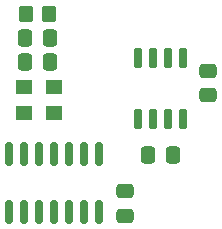
<source format=gbr>
%TF.GenerationSoftware,KiCad,Pcbnew,9.0.2-9.0.2-0~ubuntu24.04.1*%
%TF.CreationDate,2025-06-14T11:55:53-07:00*%
%TF.ProjectId,Pico-CAN,5069636f-2d43-4414-9e2e-6b696361645f,1.0*%
%TF.SameCoordinates,Original*%
%TF.FileFunction,Paste,Top*%
%TF.FilePolarity,Positive*%
%FSLAX46Y46*%
G04 Gerber Fmt 4.6, Leading zero omitted, Abs format (unit mm)*
G04 Created by KiCad (PCBNEW 9.0.2-9.0.2-0~ubuntu24.04.1) date 2025-06-14 11:55:53*
%MOMM*%
%LPD*%
G01*
G04 APERTURE LIST*
G04 Aperture macros list*
%AMRoundRect*
0 Rectangle with rounded corners*
0 $1 Rounding radius*
0 $2 $3 $4 $5 $6 $7 $8 $9 X,Y pos of 4 corners*
0 Add a 4 corners polygon primitive as box body*
4,1,4,$2,$3,$4,$5,$6,$7,$8,$9,$2,$3,0*
0 Add four circle primitives for the rounded corners*
1,1,$1+$1,$2,$3*
1,1,$1+$1,$4,$5*
1,1,$1+$1,$6,$7*
1,1,$1+$1,$8,$9*
0 Add four rect primitives between the rounded corners*
20,1,$1+$1,$2,$3,$4,$5,0*
20,1,$1+$1,$4,$5,$6,$7,0*
20,1,$1+$1,$6,$7,$8,$9,0*
20,1,$1+$1,$8,$9,$2,$3,0*%
G04 Aperture macros list end*
%ADD10RoundRect,0.250000X0.337500X0.475000X-0.337500X0.475000X-0.337500X-0.475000X0.337500X-0.475000X0*%
%ADD11R,1.400000X1.200000*%
%ADD12RoundRect,0.250000X-0.475000X0.337500X-0.475000X-0.337500X0.475000X-0.337500X0.475000X0.337500X0*%
%ADD13RoundRect,0.250000X0.350000X0.450000X-0.350000X0.450000X-0.350000X-0.450000X0.350000X-0.450000X0*%
%ADD14RoundRect,0.150000X-0.150000X0.825000X-0.150000X-0.825000X0.150000X-0.825000X0.150000X0.825000X0*%
%ADD15RoundRect,0.150000X0.150000X-0.725000X0.150000X0.725000X-0.150000X0.725000X-0.150000X-0.725000X0*%
%ADD16RoundRect,0.250000X0.475000X-0.337500X0.475000X0.337500X-0.475000X0.337500X-0.475000X-0.337500X0*%
%ADD17RoundRect,0.250000X-0.337500X-0.475000X0.337500X-0.475000X0.337500X0.475000X-0.337500X0.475000X0*%
G04 APERTURE END LIST*
D10*
%TO.C,C2*%
X211341700Y-131445000D03*
X209266700Y-131445000D03*
%TD*%
D11*
%TO.C,U2*%
X211685200Y-133594600D03*
X209145200Y-133594600D03*
X209145200Y-135794600D03*
X211685200Y-135794600D03*
%TD*%
D12*
%TO.C,C3*%
X224790000Y-132185500D03*
X224790000Y-134260500D03*
%TD*%
D13*
%TO.C,R1*%
X211304200Y-127381000D03*
X209304200Y-127381000D03*
%TD*%
D14*
%TO.C,U3*%
X215507500Y-139215000D03*
X214237500Y-139215000D03*
X212967500Y-139215000D03*
X211697500Y-139215000D03*
X210427500Y-139215000D03*
X209157500Y-139215000D03*
X207887500Y-139215000D03*
X207887500Y-144165000D03*
X209157500Y-144165000D03*
X210427500Y-144165000D03*
X211697500Y-144165000D03*
X212967500Y-144165000D03*
X214237500Y-144165000D03*
X215507500Y-144165000D03*
%TD*%
D10*
%TO.C,C4*%
X221763500Y-139369800D03*
X219688500Y-139369800D03*
%TD*%
D15*
%TO.C,U1*%
X218792500Y-136265000D03*
X220062500Y-136265000D03*
X221332500Y-136265000D03*
X222602500Y-136265000D03*
X222602500Y-131115000D03*
X221332500Y-131115000D03*
X220062500Y-131115000D03*
X218792500Y-131115000D03*
%TD*%
D16*
%TO.C,C5*%
X217703400Y-144471300D03*
X217703400Y-142396300D03*
%TD*%
D17*
%TO.C,C1*%
X209266700Y-129413000D03*
X211341700Y-129413000D03*
%TD*%
M02*

</source>
